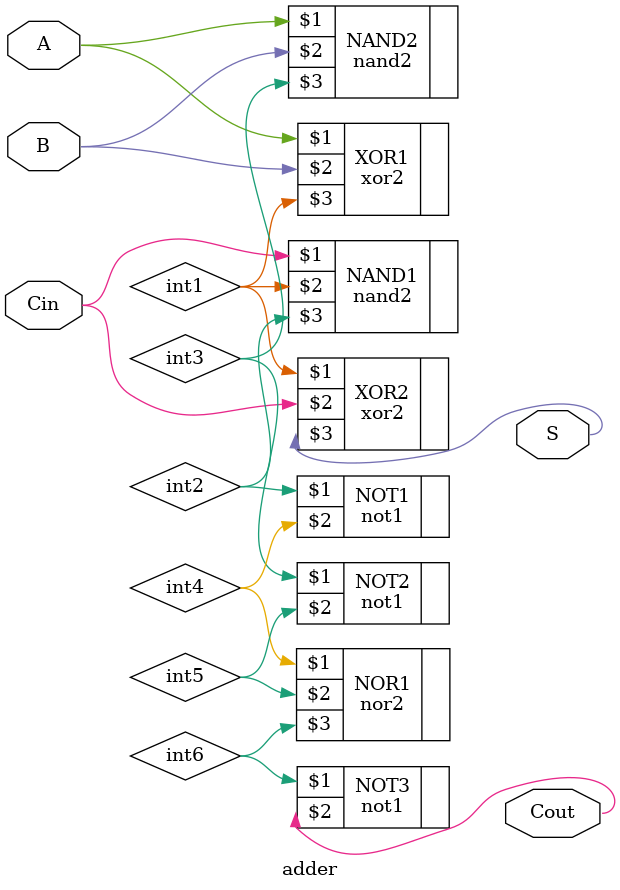
<source format=v>
module adder(A, B, Cin, S, Cout);
input A, B, Cin;
output S, Cout;
wire int1, int2, int3, int4, int5, int6;

xor2 XOR1 (A, B, int1);
xor2 XOR2 (int1, Cin, S);
nand2 NAND1 (Cin, int1, int2);
nand2 NAND2 (A, B, int3);
nor2  NOR1  (int4, int5, int6);
not1 NOT1 (int2, int4);
not1 NOT2 (int3, int5);
not1 NOT3 (int6, Cout);

endmodule

</source>
